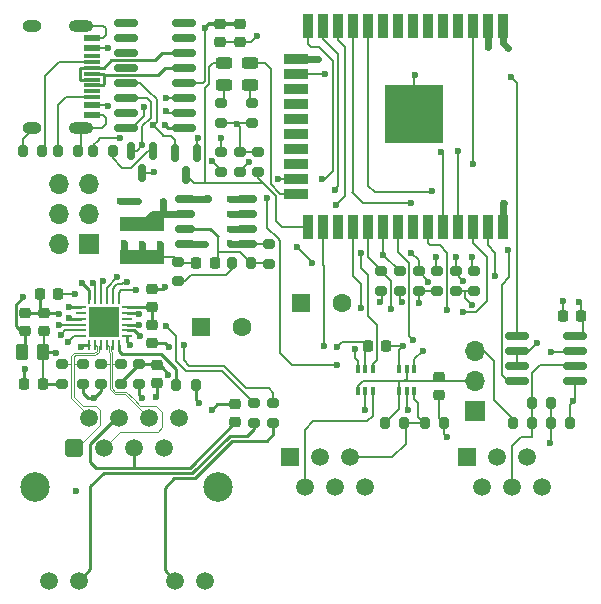
<source format=gtl>
G04 #@! TF.GenerationSoftware,KiCad,Pcbnew,6.0.6+dfsg-1~bpo11+1*
G04 #@! TF.CreationDate,2022-07-19T19:35:54+02:00*
G04 #@! TF.ProjectId,EnergyMeter,456e6572-6779-44d6-9574-65722e6b6963,rev?*
G04 #@! TF.SameCoordinates,Original*
G04 #@! TF.FileFunction,Copper,L1,Top*
G04 #@! TF.FilePolarity,Positive*
%FSLAX46Y46*%
G04 Gerber Fmt 4.6, Leading zero omitted, Abs format (unit mm)*
G04 Created by KiCad (PCBNEW 6.0.6+dfsg-1~bpo11+1) date 2022-07-19 19:35:54*
%MOMM*%
%LPD*%
G01*
G04 APERTURE LIST*
G04 Aperture macros list*
%AMRoundRect*
0 Rectangle with rounded corners*
0 $1 Rounding radius*
0 $2 $3 $4 $5 $6 $7 $8 $9 X,Y pos of 4 corners*
0 Add a 4 corners polygon primitive as box body*
4,1,4,$2,$3,$4,$5,$6,$7,$8,$9,$2,$3,0*
0 Add four circle primitives for the rounded corners*
1,1,$1+$1,$2,$3*
1,1,$1+$1,$4,$5*
1,1,$1+$1,$6,$7*
1,1,$1+$1,$8,$9*
0 Add four rect primitives between the rounded corners*
20,1,$1+$1,$2,$3,$4,$5,0*
20,1,$1+$1,$4,$5,$6,$7,0*
20,1,$1+$1,$6,$7,$8,$9,0*
20,1,$1+$1,$8,$9,$2,$3,0*%
G04 Aperture macros list end*
G04 #@! TA.AperFunction,SMDPad,CuDef*
%ADD10RoundRect,0.150000X-0.675000X-0.150000X0.675000X-0.150000X0.675000X0.150000X-0.675000X0.150000X0*%
G04 #@! TD*
G04 #@! TA.AperFunction,SMDPad,CuDef*
%ADD11RoundRect,0.225000X-0.250000X0.225000X-0.250000X-0.225000X0.250000X-0.225000X0.250000X0.225000X0*%
G04 #@! TD*
G04 #@! TA.AperFunction,SMDPad,CuDef*
%ADD12R,0.900000X2.000000*%
G04 #@! TD*
G04 #@! TA.AperFunction,SMDPad,CuDef*
%ADD13R,2.000000X0.900000*%
G04 #@! TD*
G04 #@! TA.AperFunction,SMDPad,CuDef*
%ADD14R,5.000000X5.000000*%
G04 #@! TD*
G04 #@! TA.AperFunction,SMDPad,CuDef*
%ADD15RoundRect,0.200000X0.200000X0.275000X-0.200000X0.275000X-0.200000X-0.275000X0.200000X-0.275000X0*%
G04 #@! TD*
G04 #@! TA.AperFunction,SMDPad,CuDef*
%ADD16RoundRect,0.200000X0.275000X-0.200000X0.275000X0.200000X-0.275000X0.200000X-0.275000X-0.200000X0*%
G04 #@! TD*
G04 #@! TA.AperFunction,SMDPad,CuDef*
%ADD17RoundRect,0.200000X-0.200000X-0.275000X0.200000X-0.275000X0.200000X0.275000X-0.200000X0.275000X0*%
G04 #@! TD*
G04 #@! TA.AperFunction,ComponentPad*
%ADD18R,1.600000X1.600000*%
G04 #@! TD*
G04 #@! TA.AperFunction,ComponentPad*
%ADD19C,1.600000*%
G04 #@! TD*
G04 #@! TA.AperFunction,SMDPad,CuDef*
%ADD20RoundRect,0.150000X-0.825000X-0.150000X0.825000X-0.150000X0.825000X0.150000X-0.825000X0.150000X0*%
G04 #@! TD*
G04 #@! TA.AperFunction,SMDPad,CuDef*
%ADD21RoundRect,0.225000X-0.225000X-0.250000X0.225000X-0.250000X0.225000X0.250000X-0.225000X0.250000X0*%
G04 #@! TD*
G04 #@! TA.AperFunction,ComponentPad*
%ADD22R,1.520000X1.520000*%
G04 #@! TD*
G04 #@! TA.AperFunction,ComponentPad*
%ADD23C,1.520000*%
G04 #@! TD*
G04 #@! TA.AperFunction,SMDPad,CuDef*
%ADD24R,3.700000X1.200000*%
G04 #@! TD*
G04 #@! TA.AperFunction,SMDPad,CuDef*
%ADD25RoundRect,0.225000X0.250000X-0.225000X0.250000X0.225000X-0.250000X0.225000X-0.250000X-0.225000X0*%
G04 #@! TD*
G04 #@! TA.AperFunction,SMDPad,CuDef*
%ADD26R,1.450000X0.600000*%
G04 #@! TD*
G04 #@! TA.AperFunction,SMDPad,CuDef*
%ADD27R,1.450000X0.300000*%
G04 #@! TD*
G04 #@! TA.AperFunction,ComponentPad*
%ADD28O,2.100000X1.000000*%
G04 #@! TD*
G04 #@! TA.AperFunction,ComponentPad*
%ADD29O,1.600000X1.000000*%
G04 #@! TD*
G04 #@! TA.AperFunction,SMDPad,CuDef*
%ADD30RoundRect,0.200000X-0.275000X0.200000X-0.275000X-0.200000X0.275000X-0.200000X0.275000X0.200000X0*%
G04 #@! TD*
G04 #@! TA.AperFunction,ComponentPad*
%ADD31RoundRect,0.250500X-0.499500X-0.499500X0.499500X-0.499500X0.499500X0.499500X-0.499500X0.499500X0*%
G04 #@! TD*
G04 #@! TA.AperFunction,ComponentPad*
%ADD32C,1.500000*%
G04 #@! TD*
G04 #@! TA.AperFunction,ComponentPad*
%ADD33C,2.500000*%
G04 #@! TD*
G04 #@! TA.AperFunction,SMDPad,CuDef*
%ADD34RoundRect,0.243750X-0.456250X0.243750X-0.456250X-0.243750X0.456250X-0.243750X0.456250X0.243750X0*%
G04 #@! TD*
G04 #@! TA.AperFunction,SMDPad,CuDef*
%ADD35RoundRect,0.250000X-0.262500X-0.450000X0.262500X-0.450000X0.262500X0.450000X-0.262500X0.450000X0*%
G04 #@! TD*
G04 #@! TA.AperFunction,SMDPad,CuDef*
%ADD36RoundRect,0.062500X0.350000X0.062500X-0.350000X0.062500X-0.350000X-0.062500X0.350000X-0.062500X0*%
G04 #@! TD*
G04 #@! TA.AperFunction,SMDPad,CuDef*
%ADD37RoundRect,0.062500X0.062500X0.350000X-0.062500X0.350000X-0.062500X-0.350000X0.062500X-0.350000X0*%
G04 #@! TD*
G04 #@! TA.AperFunction,SMDPad,CuDef*
%ADD38R,2.600000X2.600000*%
G04 #@! TD*
G04 #@! TA.AperFunction,SMDPad,CuDef*
%ADD39RoundRect,0.225000X0.225000X0.250000X-0.225000X0.250000X-0.225000X-0.250000X0.225000X-0.250000X0*%
G04 #@! TD*
G04 #@! TA.AperFunction,SMDPad,CuDef*
%ADD40RoundRect,0.150000X-0.150000X0.587500X-0.150000X-0.587500X0.150000X-0.587500X0.150000X0.587500X0*%
G04 #@! TD*
G04 #@! TA.AperFunction,ComponentPad*
%ADD41R,1.700000X1.700000*%
G04 #@! TD*
G04 #@! TA.AperFunction,ComponentPad*
%ADD42O,1.700000X1.700000*%
G04 #@! TD*
G04 #@! TA.AperFunction,SMDPad,CuDef*
%ADD43RoundRect,0.150000X0.825000X0.150000X-0.825000X0.150000X-0.825000X-0.150000X0.825000X-0.150000X0*%
G04 #@! TD*
G04 #@! TA.AperFunction,SMDPad,CuDef*
%ADD44R,0.600000X0.450000*%
G04 #@! TD*
G04 #@! TA.AperFunction,SMDPad,CuDef*
%ADD45R,0.400000X0.650000*%
G04 #@! TD*
G04 #@! TA.AperFunction,ViaPad*
%ADD46C,0.600000*%
G04 #@! TD*
G04 #@! TA.AperFunction,Conductor*
%ADD47C,0.200000*%
G04 #@! TD*
G04 #@! TA.AperFunction,Conductor*
%ADD48C,0.250000*%
G04 #@! TD*
G04 #@! TA.AperFunction,Conductor*
%ADD49C,0.600000*%
G04 #@! TD*
G04 #@! TA.AperFunction,Conductor*
%ADD50C,0.300000*%
G04 #@! TD*
G04 #@! TA.AperFunction,Conductor*
%ADD51C,0.090000*%
G04 #@! TD*
G04 APERTURE END LIST*
D10*
G04 #@! TO.P,U2,1,Pin_1*
G04 #@! TO.N,+5V*
X42925000Y-39345000D03*
G04 #@! TO.P,U2,2,Pin_2*
G04 #@! TO.N,Net-(D3-Pad1)*
X42925000Y-40615000D03*
G04 #@! TO.P,U2,3,Pin_3*
G04 #@! TO.N,Net-(C2-Pad2)*
X42925000Y-41885000D03*
G04 #@! TO.P,U2,4,Pin_4*
G04 #@! TO.N,GND*
X42925000Y-43155000D03*
G04 #@! TO.P,U2,5,Pin_5*
X48175000Y-43155000D03*
G04 #@! TO.P,U2,6,Pin_6*
X48175000Y-41885000D03*
G04 #@! TO.P,U2,7,Pin_7*
X48175000Y-40615000D03*
G04 #@! TO.P,U2,8,Pin_8*
X48175000Y-39345000D03*
G04 #@! TD*
D11*
G04 #@! TO.P,C11,1*
G04 #@! TO.N,GND*
X29400000Y-49025000D03*
G04 #@! TO.P,C11,2*
G04 #@! TO.N,+3V3*
X29400000Y-50575000D03*
G04 #@! TD*
D12*
G04 #@! TO.P,U1,1,GND*
G04 #@! TO.N,GND*
X69855000Y-24700000D03*
G04 #@! TO.P,U1,2,VDD*
G04 #@! TO.N,+3V3*
X68585000Y-24700000D03*
G04 #@! TO.P,U1,3,EN*
G04 #@! TO.N,/USB/EN*
X67315000Y-24700000D03*
G04 #@! TO.P,U1,4,SENSOR_VP*
G04 #@! TO.N,unconnected-(U1-Pad4)*
X66045000Y-24700000D03*
G04 #@! TO.P,U1,5,SENSOR_VN*
G04 #@! TO.N,unconnected-(U1-Pad5)*
X64775000Y-24700000D03*
G04 #@! TO.P,U1,6,IO34*
G04 #@! TO.N,unconnected-(U1-Pad6)*
X63505000Y-24700000D03*
G04 #@! TO.P,U1,7,IO35*
G04 #@! TO.N,unconnected-(U1-Pad7)*
X62235000Y-24700000D03*
G04 #@! TO.P,U1,8,IO32*
G04 #@! TO.N,unconnected-(U1-Pad8)*
X60965000Y-24700000D03*
G04 #@! TO.P,U1,9,IO33*
G04 #@! TO.N,unconnected-(U1-Pad9)*
X59695000Y-24700000D03*
G04 #@! TO.P,U1,10,IO25*
G04 #@! TO.N,/ethernet/RXD0*
X58425000Y-24700000D03*
G04 #@! TO.P,U1,11,IO26*
G04 #@! TO.N,/ethernet/RXD1*
X57155000Y-24700000D03*
G04 #@! TO.P,U1,12,IO27*
G04 #@! TO.N,/ethernet/CRS_DV*
X55885000Y-24700000D03*
G04 #@! TO.P,U1,13,IO14*
G04 #@! TO.N,/P1_UART/DATA_IN*
X54615000Y-24700000D03*
G04 #@! TO.P,U1,14,IO12*
G04 #@! TO.N,/RS485/DI*
X53345000Y-24700000D03*
D13*
G04 #@! TO.P,U1,15,GND*
G04 #@! TO.N,GND*
X52345000Y-27485000D03*
G04 #@! TO.P,U1,16,IO13*
G04 #@! TO.N,/RS485/DO*
X52345000Y-28755000D03*
G04 #@! TO.P,U1,17,SHD/SD2*
G04 #@! TO.N,unconnected-(U1-Pad17)*
X52345000Y-30025000D03*
G04 #@! TO.P,U1,18,SWP/SD3*
G04 #@! TO.N,unconnected-(U1-Pad18)*
X52345000Y-31295000D03*
G04 #@! TO.P,U1,19,SCS/CMD*
G04 #@! TO.N,unconnected-(U1-Pad19)*
X52345000Y-32565000D03*
G04 #@! TO.P,U1,20,SCK/CLK*
G04 #@! TO.N,unconnected-(U1-Pad20)*
X52345000Y-33835000D03*
G04 #@! TO.P,U1,21,SDO/SD0*
G04 #@! TO.N,unconnected-(U1-Pad21)*
X52345000Y-35105000D03*
G04 #@! TO.P,U1,22,SDI/SD1*
G04 #@! TO.N,unconnected-(U1-Pad22)*
X52345000Y-36375000D03*
G04 #@! TO.P,U1,23,IO15*
G04 #@! TO.N,/P1_UART/DATA_OUT*
X52345000Y-37645000D03*
G04 #@! TO.P,U1,24,IO2*
G04 #@! TO.N,Net-(D2-Pad1)*
X52345000Y-38915000D03*
D12*
G04 #@! TO.P,U1,25,IO0*
G04 #@! TO.N,/USB/GP0*
X53345000Y-41700000D03*
G04 #@! TO.P,U1,26,IO4*
G04 #@! TO.N,/RS485/TXEN*
X54615000Y-41700000D03*
G04 #@! TO.P,U1,27,IO16*
G04 #@! TO.N,unconnected-(U1-Pad27)*
X55885000Y-41700000D03*
G04 #@! TO.P,U1,28,IO17*
G04 #@! TO.N,/ethernet/REFCLK*
X57155000Y-41700000D03*
G04 #@! TO.P,U1,29,IO5*
G04 #@! TO.N,/ethernet/RST*
X58425000Y-41700000D03*
G04 #@! TO.P,U1,30,IO18*
G04 #@! TO.N,/ethernet/MDIO*
X59695000Y-41700000D03*
G04 #@! TO.P,U1,31,IO19*
G04 #@! TO.N,/ethernet/TXD0*
X60965000Y-41700000D03*
G04 #@! TO.P,U1,32,NC*
G04 #@! TO.N,unconnected-(U1-Pad32)*
X62235000Y-41700000D03*
G04 #@! TO.P,U1,33,IO21*
G04 #@! TO.N,/ethernet/TXEN*
X63505000Y-41700000D03*
G04 #@! TO.P,U1,34,RXD0/IO3*
G04 #@! TO.N,/USB/TX*
X64775000Y-41700000D03*
G04 #@! TO.P,U1,35,TXD0/IO1*
G04 #@! TO.N,/USB/RX*
X66045000Y-41700000D03*
G04 #@! TO.P,U1,36,IO22*
G04 #@! TO.N,/ethernet/TXD1*
X67315000Y-41700000D03*
G04 #@! TO.P,U1,37,IO23*
G04 #@! TO.N,/ethernet/MDC*
X68585000Y-41700000D03*
G04 #@! TO.P,U1,38,GND*
G04 #@! TO.N,GND*
X69855000Y-41700000D03*
D14*
G04 #@! TO.P,U1,39,GND*
X62355000Y-32200000D03*
G04 #@! TD*
D15*
G04 #@! TO.P,R3,1*
G04 #@! TO.N,Net-(C2-Pad2)*
X48525000Y-44775000D03*
G04 #@! TO.P,R3,2*
G04 #@! TO.N,Net-(R28-Pad1)*
X46875000Y-44775000D03*
G04 #@! TD*
D16*
G04 #@! TO.P,R18,1*
G04 #@! TO.N,Net-(J6-Pad11)*
X50400000Y-58325000D03*
G04 #@! TO.P,R18,2*
G04 #@! TO.N,Net-(R18-Pad2)*
X50400000Y-56675000D03*
G04 #@! TD*
D17*
G04 #@! TO.P,R9,1*
G04 #@! TO.N,Net-(Q2-Pad2)*
X35175000Y-35300000D03*
G04 #@! TO.P,R9,2*
G04 #@! TO.N,Net-(Q1-Pad1)*
X36825000Y-35300000D03*
G04 #@! TD*
D18*
G04 #@! TO.P,C1,1*
G04 #@! TO.N,+3V3*
X44272349Y-50225000D03*
D19*
G04 #@! TO.P,C1,2*
G04 #@! TO.N,GND*
X47772349Y-50225000D03*
G04 #@! TD*
D20*
G04 #@! TO.P,U5,1,RO*
G04 #@! TO.N,/RS485/DO*
X71025000Y-50995000D03*
G04 #@! TO.P,U5,2,~{RE}*
G04 #@! TO.N,/RS485/TXEN*
X71025000Y-52265000D03*
G04 #@! TO.P,U5,3,DE*
X71025000Y-53535000D03*
G04 #@! TO.P,U5,4,DI*
G04 #@! TO.N,/RS485/DI*
X71025000Y-54805000D03*
G04 #@! TO.P,U5,5,GND*
G04 #@! TO.N,GND*
X75975000Y-54805000D03*
G04 #@! TO.P,U5,6,A*
G04 #@! TO.N,Net-(J4-Pad4)*
X75975000Y-53535000D03*
G04 #@! TO.P,U5,7,B*
G04 #@! TO.N,Net-(J4-Pad3)*
X75975000Y-52265000D03*
G04 #@! TO.P,U5,8,VCC*
G04 #@! TO.N,+3V3*
X75975000Y-50995000D03*
G04 #@! TD*
D16*
G04 #@! TO.P,R28,1*
G04 #@! TO.N,Net-(R28-Pad1)*
X42350000Y-46325000D03*
G04 #@! TO.P,R28,2*
G04 #@! TO.N,+3V3*
X42350000Y-44675000D03*
G04 #@! TD*
D21*
G04 #@! TO.P,C12,1*
G04 #@! TO.N,GND*
X29325000Y-55000000D03*
G04 #@! TO.P,C12,2*
G04 #@! TO.N,VDDA*
X30875000Y-55000000D03*
G04 #@! TD*
D17*
G04 #@! TO.P,R7,1*
G04 #@! TO.N,GND*
X29175000Y-35300000D03*
G04 #@! TO.P,R7,2*
G04 #@! TO.N,Net-(J5-PadA5)*
X30825000Y-35300000D03*
G04 #@! TD*
D22*
G04 #@! TO.P,J4,1*
G04 #@! TO.N,unconnected-(J4-Pad1)*
X66830000Y-61230000D03*
D23*
G04 #@! TO.P,J4,2*
G04 #@! TO.N,5V_INVERTER*
X68100000Y-63770000D03*
G04 #@! TO.P,J4,3*
G04 #@! TO.N,Net-(J4-Pad3)*
X69370000Y-61230000D03*
G04 #@! TO.P,J4,4*
G04 #@! TO.N,Net-(J4-Pad4)*
X70640000Y-63770000D03*
G04 #@! TO.P,J4,5*
G04 #@! TO.N,GND*
X71910000Y-61230000D03*
G04 #@! TO.P,J4,6*
G04 #@! TO.N,unconnected-(J4-Pad6)*
X73180000Y-63770000D03*
G04 #@! TD*
D11*
G04 #@! TO.P,C14,1*
G04 #@! TO.N,GND*
X40100000Y-46950000D03*
G04 #@! TO.P,C14,2*
G04 #@! TO.N,Net-(C14-Pad2)*
X40100000Y-48500000D03*
G04 #@! TD*
D24*
G04 #@! TO.P,L1,1,1*
G04 #@! TO.N,+3V3*
X39300000Y-44300000D03*
G04 #@! TO.P,L1,2,2*
G04 #@! TO.N,Net-(D3-Pad1)*
X39300000Y-41500000D03*
G04 #@! TD*
D25*
G04 #@! TO.P,C18,1*
G04 #@! TO.N,Net-(C18-Pad1)*
X47200000Y-58275000D03*
G04 #@! TO.P,C18,2*
G04 #@! TO.N,GND*
X47200000Y-56725000D03*
G04 #@! TD*
D16*
G04 #@! TO.P,R13,1*
G04 #@! TO.N,+3V3*
X64300000Y-47125000D03*
G04 #@! TO.P,R13,2*
G04 #@! TO.N,/ethernet/CRS_DV*
X64300000Y-45475000D03*
G04 #@! TD*
G04 #@! TO.P,R24,1*
G04 #@! TO.N,Net-(C18-Pad1)*
X39000000Y-55025000D03*
G04 #@! TO.P,R24,2*
G04 #@! TO.N,VDDA*
X39000000Y-53375000D03*
G04 #@! TD*
D17*
G04 #@! TO.P,R19,1*
G04 #@! TO.N,Net-(R19-Pad1)*
X42175000Y-55100000D03*
G04 #@! TO.P,R19,2*
G04 #@! TO.N,GND*
X43825000Y-55100000D03*
G04 #@! TD*
D15*
G04 #@! TO.P,R25,1*
G04 #@! TO.N,Net-(J4-Pad4)*
X72325000Y-58300000D03*
G04 #@! TO.P,R25,2*
G04 #@! TO.N,+5V*
X70675000Y-58300000D03*
G04 #@! TD*
D26*
G04 #@! TO.P,J5,A1,GND*
G04 #@! TO.N,GND*
X35045000Y-25750000D03*
G04 #@! TO.P,J5,A4,VBUS*
G04 #@! TO.N,5V_USB*
X35045000Y-26550000D03*
D27*
G04 #@! TO.P,J5,A5,CC1*
G04 #@! TO.N,Net-(J5-PadA5)*
X35045000Y-27750000D03*
G04 #@! TO.P,J5,A6,D+*
G04 #@! TO.N,Net-(J5-PadA6)*
X35045000Y-28750000D03*
G04 #@! TO.P,J5,A7,D-*
G04 #@! TO.N,Net-(J5-PadA7)*
X35045000Y-29250000D03*
G04 #@! TO.P,J5,A8,SBU1*
G04 #@! TO.N,unconnected-(J5-PadA8)*
X35045000Y-30250000D03*
D26*
G04 #@! TO.P,J5,A9,VBUS*
G04 #@! TO.N,5V_USB*
X35045000Y-31450000D03*
G04 #@! TO.P,J5,A12,GND*
G04 #@! TO.N,GND*
X35045000Y-32250000D03*
G04 #@! TO.P,J5,B1,GND*
X35045000Y-32250000D03*
G04 #@! TO.P,J5,B4,VBUS*
G04 #@! TO.N,5V_USB*
X35045000Y-31450000D03*
D27*
G04 #@! TO.P,J5,B5,CC2*
G04 #@! TO.N,Net-(J5-PadB5)*
X35045000Y-30750000D03*
G04 #@! TO.P,J5,B6,D+*
G04 #@! TO.N,Net-(J5-PadA6)*
X35045000Y-29750000D03*
G04 #@! TO.P,J5,B7,D-*
G04 #@! TO.N,Net-(J5-PadA7)*
X35045000Y-28250000D03*
G04 #@! TO.P,J5,B8,SBU2*
G04 #@! TO.N,unconnected-(J5-PadB8)*
X35045000Y-27250000D03*
D26*
G04 #@! TO.P,J5,B9,VBUS*
G04 #@! TO.N,5V_USB*
X35045000Y-26550000D03*
G04 #@! TO.P,J5,B12,GND*
G04 #@! TO.N,GND*
X35045000Y-25750000D03*
D28*
G04 #@! TO.P,J5,S1,SHIELD*
X34130000Y-33320000D03*
D29*
X29950000Y-33320000D03*
D28*
X34130000Y-24680000D03*
D29*
X29950000Y-24680000D03*
G04 #@! TD*
D30*
G04 #@! TO.P,R30,1*
G04 #@! TO.N,+3V3*
X49100000Y-35400000D03*
G04 #@! TO.P,R30,2*
G04 #@! TO.N,/USB/GP0*
X49100000Y-37050000D03*
G04 #@! TD*
D16*
G04 #@! TO.P,R10,1*
G04 #@! TO.N,Net-(Q1-Pad2)*
X46000000Y-37050000D03*
G04 #@! TO.P,R10,2*
G04 #@! TO.N,Net-(Q2-Pad1)*
X46000000Y-35400000D03*
G04 #@! TD*
G04 #@! TO.P,R16,1*
G04 #@! TO.N,+3V3*
X65900000Y-47125000D03*
G04 #@! TO.P,R16,2*
G04 #@! TO.N,/ethernet/RXD0*
X65900000Y-45475000D03*
G04 #@! TD*
D31*
G04 #@! TO.P,J6,1,TD+*
G04 #@! TO.N,/ethernet/TX_P*
X33560000Y-60427500D03*
D32*
G04 #@! TO.P,J6,2,TD-*
G04 #@! TO.N,/ethernet/TX_N*
X34820000Y-57887500D03*
G04 #@! TO.P,J6,3,RD+*
G04 #@! TO.N,/ethernet/RX_P*
X36100000Y-60427500D03*
G04 #@! TO.P,J6,4,TCT*
G04 #@! TO.N,Net-(C18-Pad1)*
X37360000Y-57887500D03*
G04 #@! TO.P,J6,5,RCT*
X38640000Y-60427500D03*
G04 #@! TO.P,J6,6,RD-*
G04 #@! TO.N,/ethernet/RX_N*
X39900000Y-57887500D03*
G04 #@! TO.P,J6,7*
G04 #@! TO.N,N/C*
X41180000Y-60427500D03*
G04 #@! TO.P,J6,8,GND*
G04 #@! TO.N,GND*
X42440000Y-57887500D03*
G04 #@! TO.P,J6,9,LEDG_A*
X31375000Y-71687500D03*
G04 #@! TO.P,J6,10,LEDG_K*
G04 #@! TO.N,Net-(J6-Pad10)*
X33915000Y-71687500D03*
G04 #@! TO.P,J6,11,LEDY_K*
G04 #@! TO.N,Net-(J6-Pad11)*
X42085000Y-71687500D03*
G04 #@! TO.P,J6,12,LEDY_A*
G04 #@! TO.N,VDDA*
X44625000Y-71687500D03*
D33*
G04 #@! TO.P,J6,SH,SHIELD*
G04 #@! TO.N,GND*
X30255000Y-63737500D03*
X45745000Y-63737500D03*
G04 #@! TD*
D30*
G04 #@! TO.P,R21,1*
G04 #@! TO.N,/ethernet/RX_P*
X37500000Y-53375000D03*
G04 #@! TO.P,R21,2*
G04 #@! TO.N,VDDA*
X37500000Y-55025000D03*
G04 #@! TD*
D21*
G04 #@! TO.P,C2,1*
G04 #@! TO.N,+3V3*
X43875000Y-44750000D03*
G04 #@! TO.P,C2,2*
G04 #@! TO.N,Net-(C2-Pad2)*
X45425000Y-44750000D03*
G04 #@! TD*
D34*
G04 #@! TO.P,D1,1,K*
G04 #@! TO.N,/USB/GP0*
X46200000Y-27862500D03*
G04 #@! TO.P,D1,2,A*
G04 #@! TO.N,Net-(D1-Pad2)*
X46200000Y-29737500D03*
G04 #@! TD*
D16*
G04 #@! TO.P,R4,1*
G04 #@! TO.N,Net-(C2-Pad2)*
X50050000Y-44850000D03*
G04 #@! TO.P,R4,2*
G04 #@! TO.N,GND*
X50050000Y-43200000D03*
G04 #@! TD*
D11*
G04 #@! TO.P,C4,1*
G04 #@! TO.N,Net-(C4-Pad1)*
X64400000Y-54425000D03*
G04 #@! TO.P,C4,2*
G04 #@! TO.N,GND*
X64400000Y-55975000D03*
G04 #@! TD*
D35*
G04 #@! TO.P,FB1,1*
G04 #@! TO.N,+3V3*
X29087500Y-52300000D03*
G04 #@! TO.P,FB1,2*
G04 #@! TO.N,VDDA*
X30912500Y-52300000D03*
G04 #@! TD*
D34*
G04 #@! TO.P,D2,1,K*
G04 #@! TO.N,Net-(D2-Pad1)*
X48400000Y-27862500D03*
G04 #@! TO.P,D2,2,A*
G04 #@! TO.N,Net-(D2-Pad2)*
X48400000Y-29737500D03*
G04 #@! TD*
D16*
G04 #@! TO.P,R11,1*
G04 #@! TO.N,+3V3*
X67400000Y-47125000D03*
G04 #@! TO.P,R11,2*
G04 #@! TO.N,/ethernet/RXER*
X67400000Y-45475000D03*
G04 #@! TD*
D36*
G04 #@! TO.P,U7,1,VDD2A*
G04 #@! TO.N,VDDA*
X37987500Y-51000000D03*
G04 #@! TO.P,U7,2,LED2/nINTSEL*
G04 #@! TO.N,Net-(R18-Pad2)*
X37987500Y-50500000D03*
G04 #@! TO.P,U7,3,LED1/REGOFF*
G04 #@! TO.N,Net-(R17-Pad2)*
X37987500Y-50000000D03*
G04 #@! TO.P,U7,4,XTAL2*
G04 #@! TO.N,unconnected-(U7-Pad4)*
X37987500Y-49500000D03*
G04 #@! TO.P,U7,5,XTAL1/CLKIN*
G04 #@! TO.N,/ethernet/REFCLK*
X37987500Y-49000000D03*
G04 #@! TO.P,U7,6,VDDCR*
G04 #@! TO.N,Net-(C14-Pad2)*
X37987500Y-48500000D03*
D37*
G04 #@! TO.P,U7,7,RXD1/MODE1*
G04 #@! TO.N,/ethernet/RXD1*
X37300000Y-47812500D03*
G04 #@! TO.P,U7,8,RXD0/MODE0*
G04 #@! TO.N,/ethernet/RXD0*
X36800000Y-47812500D03*
G04 #@! TO.P,U7,9,VDDIO*
G04 #@! TO.N,+3V3*
X36300000Y-47812500D03*
G04 #@! TO.P,U7,10,RXER/PHYAD0*
G04 #@! TO.N,/ethernet/RXER*
X35800000Y-47812500D03*
G04 #@! TO.P,U7,11,CRS_DV/MODE2*
G04 #@! TO.N,/ethernet/CRS_DV*
X35300000Y-47812500D03*
G04 #@! TO.P,U7,12,MDIO*
G04 #@! TO.N,/ethernet/MDIO*
X34800000Y-47812500D03*
D36*
G04 #@! TO.P,U7,13,MDC*
G04 #@! TO.N,/ethernet/MDC*
X34112500Y-48500000D03*
G04 #@! TO.P,U7,14,INT/REFCLKO*
G04 #@! TO.N,unconnected-(U7-Pad14)*
X34112500Y-49000000D03*
G04 #@! TO.P,U7,15,RST*
G04 #@! TO.N,/ethernet/RST*
X34112500Y-49500000D03*
G04 #@! TO.P,U7,16,TXEN*
G04 #@! TO.N,/ethernet/TXEN*
X34112500Y-50000000D03*
G04 #@! TO.P,U7,17,TXD0*
G04 #@! TO.N,/ethernet/TXD0*
X34112500Y-50500000D03*
G04 #@! TO.P,U7,18,TXD1*
G04 #@! TO.N,/ethernet/TXD1*
X34112500Y-51000000D03*
D37*
G04 #@! TO.P,U7,19,VDD1A*
G04 #@! TO.N,VDDA*
X34800000Y-51687500D03*
G04 #@! TO.P,U7,20,TXN*
G04 #@! TO.N,/ethernet/TX_N*
X35300000Y-51687500D03*
G04 #@! TO.P,U7,21,TXP*
G04 #@! TO.N,/ethernet/TX_P*
X35800000Y-51687500D03*
G04 #@! TO.P,U7,22,RXN*
G04 #@! TO.N,/ethernet/RX_N*
X36300000Y-51687500D03*
G04 #@! TO.P,U7,23,RXP*
G04 #@! TO.N,/ethernet/RX_P*
X36800000Y-51687500D03*
G04 #@! TO.P,U7,24,RBIAS*
G04 #@! TO.N,Net-(R19-Pad1)*
X37300000Y-51687500D03*
D38*
G04 #@! TO.P,U7,25,VSS*
G04 #@! TO.N,GND*
X36050000Y-49750000D03*
G04 #@! TD*
D16*
G04 #@! TO.P,R12,1*
G04 #@! TO.N,+3V3*
X61100000Y-47125000D03*
G04 #@! TO.P,R12,2*
G04 #@! TO.N,/ethernet/MDIO*
X61100000Y-45475000D03*
G04 #@! TD*
D25*
G04 #@! TO.P,C15,1*
G04 #@! TO.N,GND*
X40550000Y-54975000D03*
G04 #@! TO.P,C15,2*
G04 #@! TO.N,VDDA*
X40550000Y-53425000D03*
G04 #@! TD*
G04 #@! TO.P,C16,1*
G04 #@! TO.N,GND*
X40100000Y-51575000D03*
G04 #@! TO.P,C16,2*
G04 #@! TO.N,Net-(C14-Pad2)*
X40100000Y-50025000D03*
G04 #@! TD*
D39*
G04 #@! TO.P,C5,1*
G04 #@! TO.N,+3V3*
X59975000Y-51800000D03*
G04 #@! TO.P,C5,2*
G04 #@! TO.N,GND*
X58425000Y-51800000D03*
G04 #@! TD*
D40*
G04 #@! TO.P,Q2,1,B*
G04 #@! TO.N,Net-(Q2-Pad1)*
X43950000Y-35462500D03*
G04 #@! TO.P,Q2,2,E*
G04 #@! TO.N,Net-(Q2-Pad2)*
X42050000Y-35462500D03*
G04 #@! TO.P,Q2,3,C*
G04 #@! TO.N,/USB/GP0*
X43000000Y-37337500D03*
G04 #@! TD*
D41*
G04 #@! TO.P,J1,1,Pin_1*
G04 #@! TO.N,+5V*
X34840000Y-43180000D03*
D42*
G04 #@! TO.P,J1,2,Pin_2*
G04 #@! TO.N,5V_DSM*
X32300000Y-43180000D03*
G04 #@! TO.P,J1,3,Pin_3*
G04 #@! TO.N,+5V*
X34840000Y-40640000D03*
G04 #@! TO.P,J1,4,Pin_4*
G04 #@! TO.N,5V_INVERTER*
X32300000Y-40640000D03*
G04 #@! TO.P,J1,5,Pin_5*
G04 #@! TO.N,+5V*
X34840000Y-38100000D03*
G04 #@! TO.P,J1,6,Pin_6*
G04 #@! TO.N,5V_USB*
X32300000Y-38100000D03*
G04 #@! TD*
D16*
G04 #@! TO.P,R2,1*
G04 #@! TO.N,+3V3*
X48600000Y-32925000D03*
G04 #@! TO.P,R2,2*
G04 #@! TO.N,Net-(D2-Pad2)*
X48600000Y-31275000D03*
G04 #@! TD*
D30*
G04 #@! TO.P,R14,1*
G04 #@! TO.N,/ethernet/RST*
X59500000Y-45475000D03*
G04 #@! TO.P,R14,2*
G04 #@! TO.N,GND*
X59500000Y-47125000D03*
G04 #@! TD*
D15*
G04 #@! TO.P,R27,1*
G04 #@! TO.N,GND*
X75525000Y-58300000D03*
G04 #@! TO.P,R27,2*
G04 #@! TO.N,Net-(J4-Pad3)*
X73875000Y-58300000D03*
G04 #@! TD*
D39*
G04 #@! TO.P,C6,1*
G04 #@! TO.N,+3V3*
X76475000Y-49300000D03*
G04 #@! TO.P,C6,2*
G04 #@! TO.N,GND*
X74925000Y-49300000D03*
G04 #@! TD*
D30*
G04 #@! TO.P,R20,1*
G04 #@! TO.N,/ethernet/RX_N*
X35800000Y-53375000D03*
G04 #@! TO.P,R20,2*
G04 #@! TO.N,VDDA*
X35800000Y-55025000D03*
G04 #@! TD*
D43*
G04 #@! TO.P,U6,1,GND*
G04 #@! TO.N,GND*
X42875000Y-33345000D03*
G04 #@! TO.P,U6,2,TXD*
G04 #@! TO.N,/USB/TX*
X42875000Y-32075000D03*
G04 #@! TO.P,U6,3,RXD*
G04 #@! TO.N,/USB/RX*
X42875000Y-30805000D03*
G04 #@! TO.P,U6,4,V3*
G04 #@! TO.N,+3V3*
X42875000Y-29535000D03*
G04 #@! TO.P,U6,5,UD+*
G04 #@! TO.N,Net-(J5-PadA6)*
X42875000Y-28265000D03*
G04 #@! TO.P,U6,6,UD-*
G04 #@! TO.N,Net-(J5-PadA7)*
X42875000Y-26995000D03*
G04 #@! TO.P,U6,7,NC*
G04 #@! TO.N,unconnected-(U6-Pad7)*
X42875000Y-25725000D03*
G04 #@! TO.P,U6,8,NC*
G04 #@! TO.N,unconnected-(U6-Pad8)*
X42875000Y-24455000D03*
G04 #@! TO.P,U6,9,~{CTS}*
G04 #@! TO.N,unconnected-(U6-Pad9)*
X37925000Y-24455000D03*
G04 #@! TO.P,U6,10,~{DSR}*
G04 #@! TO.N,unconnected-(U6-Pad10)*
X37925000Y-25725000D03*
G04 #@! TO.P,U6,11,~{RI}*
G04 #@! TO.N,unconnected-(U6-Pad11)*
X37925000Y-26995000D03*
G04 #@! TO.P,U6,12,~{DCD}*
G04 #@! TO.N,unconnected-(U6-Pad12)*
X37925000Y-28265000D03*
G04 #@! TO.P,U6,13,~{DTR}*
G04 #@! TO.N,Net-(Q2-Pad2)*
X37925000Y-29535000D03*
G04 #@! TO.P,U6,14,~{RTS}*
G04 #@! TO.N,Net-(Q1-Pad2)*
X37925000Y-30805000D03*
G04 #@! TO.P,U6,15,R232*
G04 #@! TO.N,unconnected-(U6-Pad15)*
X37925000Y-32075000D03*
G04 #@! TO.P,U6,16,VCC*
G04 #@! TO.N,+3V3*
X37925000Y-33345000D03*
G04 #@! TD*
D22*
G04 #@! TO.P,J2,1*
G04 #@! TO.N,5V_DSM*
X51830000Y-61230000D03*
D23*
G04 #@! TO.P,J2,2*
G04 #@! TO.N,Net-(J2-Pad2)*
X53100000Y-63770000D03*
G04 #@! TO.P,J2,3*
G04 #@! TO.N,GND*
X54370000Y-61230000D03*
G04 #@! TO.P,J2,4*
G04 #@! TO.N,unconnected-(J2-Pad4)*
X55640000Y-63770000D03*
G04 #@! TO.P,J2,5*
G04 #@! TO.N,Net-(J2-Pad5)*
X56910000Y-61230000D03*
G04 #@! TO.P,J2,6*
G04 #@! TO.N,GND*
X58180000Y-63770000D03*
G04 #@! TD*
D30*
G04 #@! TO.P,R23,1*
G04 #@! TO.N,/ethernet/TX_P*
X34300000Y-53375000D03*
G04 #@! TO.P,R23,2*
G04 #@! TO.N,VDDA*
X34300000Y-55025000D03*
G04 #@! TD*
D44*
G04 #@! TO.P,D3,1,K*
G04 #@! TO.N,Net-(D3-Pad1)*
X41050000Y-39500000D03*
G04 #@! TO.P,D3,2,A*
G04 #@! TO.N,GND*
X38950000Y-39500000D03*
G04 #@! TD*
D21*
G04 #@! TO.P,C13,1*
G04 #@! TO.N,GND*
X30625000Y-47450000D03*
G04 #@! TO.P,C13,2*
G04 #@! TO.N,+3V3*
X32175000Y-47450000D03*
G04 #@! TD*
D16*
G04 #@! TO.P,R1,1*
G04 #@! TO.N,+3V3*
X46000000Y-32925000D03*
G04 #@! TO.P,R1,2*
G04 #@! TO.N,Net-(D1-Pad2)*
X46000000Y-31275000D03*
G04 #@! TD*
D17*
G04 #@! TO.P,R5,1*
G04 #@! TO.N,Net-(C4-Pad1)*
X59825000Y-58370000D03*
G04 #@! TO.P,R5,2*
G04 #@! TO.N,Net-(J2-Pad5)*
X61475000Y-58370000D03*
G04 #@! TD*
D40*
G04 #@! TO.P,Q1,1,B*
G04 #@! TO.N,Net-(Q1-Pad1)*
X40250000Y-35262500D03*
G04 #@! TO.P,Q1,2,E*
G04 #@! TO.N,Net-(Q1-Pad2)*
X38350000Y-35262500D03*
G04 #@! TO.P,Q1,3,C*
G04 #@! TO.N,/USB/EN*
X39300000Y-37137500D03*
G04 #@! TD*
D11*
G04 #@! TO.P,C17,1*
G04 #@! TO.N,GND*
X31000000Y-49025000D03*
G04 #@! TO.P,C17,2*
G04 #@! TO.N,VDDA*
X31000000Y-50575000D03*
G04 #@! TD*
D15*
G04 #@! TO.P,R26,1*
G04 #@! TO.N,Net-(J4-Pad3)*
X73925000Y-56600000D03*
G04 #@! TO.P,R26,2*
G04 #@! TO.N,Net-(J4-Pad4)*
X72275000Y-56600000D03*
G04 #@! TD*
D11*
G04 #@! TO.P,C9,1*
G04 #@! TO.N,+3V3*
X47600000Y-24525000D03*
G04 #@! TO.P,C9,2*
G04 #@! TO.N,GND*
X47600000Y-26075000D03*
G04 #@! TD*
D41*
G04 #@! TO.P,J3,1,Pin_1*
G04 #@! TO.N,+3V3*
X67500000Y-57350000D03*
D42*
G04 #@! TO.P,J3,2,Pin_2*
G04 #@! TO.N,Net-(C4-Pad1)*
X67500000Y-54810000D03*
G04 #@! TO.P,J3,3,Pin_3*
G04 #@! TO.N,+5V*
X67500000Y-52270000D03*
G04 #@! TD*
D45*
G04 #@! TO.P,U4,1,VCCA*
G04 #@! TO.N,Net-(C4-Pad1)*
X57550000Y-55650000D03*
G04 #@! TO.P,U4,2,GND*
G04 #@! TO.N,GND*
X58200000Y-55650000D03*
G04 #@! TO.P,U4,3,A*
G04 #@! TO.N,Net-(J2-Pad2)*
X58850000Y-55650000D03*
G04 #@! TO.P,U4,4,B*
G04 #@! TO.N,/P1_UART/DATA_IN*
X58850000Y-53750000D03*
G04 #@! TO.P,U4,5,DIR*
G04 #@! TO.N,GND*
X58200000Y-53750000D03*
G04 #@! TO.P,U4,6,VCCB*
G04 #@! TO.N,+3V3*
X57550000Y-53750000D03*
G04 #@! TD*
D30*
G04 #@! TO.P,R29,1*
G04 #@! TO.N,+3V3*
X47550000Y-35400000D03*
G04 #@! TO.P,R29,2*
G04 #@! TO.N,/USB/EN*
X47550000Y-37050000D03*
G04 #@! TD*
D16*
G04 #@! TO.P,R17,1*
G04 #@! TO.N,Net-(J6-Pad10)*
X48800000Y-58325000D03*
G04 #@! TO.P,R17,2*
G04 #@! TO.N,Net-(R17-Pad2)*
X48800000Y-56675000D03*
G04 #@! TD*
D15*
G04 #@! TO.P,R8,1*
G04 #@! TO.N,GND*
X33825000Y-35300000D03*
G04 #@! TO.P,R8,2*
G04 #@! TO.N,Net-(J5-PadB5)*
X32175000Y-35300000D03*
G04 #@! TD*
D18*
G04 #@! TO.P,C3,1*
G04 #@! TO.N,+5V*
X52747349Y-48150000D03*
D19*
G04 #@! TO.P,C3,2*
G04 #@! TO.N,GND*
X56247349Y-48150000D03*
G04 #@! TD*
D45*
G04 #@! TO.P,U3,1,VCCA*
G04 #@! TO.N,Net-(C4-Pad1)*
X61050000Y-55657500D03*
G04 #@! TO.P,U3,2,GND*
G04 #@! TO.N,GND*
X61700000Y-55657500D03*
G04 #@! TO.P,U3,3,A*
G04 #@! TO.N,Net-(J2-Pad5)*
X62350000Y-55657500D03*
G04 #@! TO.P,U3,4,B*
G04 #@! TO.N,/P1_UART/DATA_OUT*
X62350000Y-53757500D03*
G04 #@! TO.P,U3,5,DIR*
G04 #@! TO.N,Net-(C4-Pad1)*
X61700000Y-53757500D03*
G04 #@! TO.P,U3,6,VCCB*
G04 #@! TO.N,+3V3*
X61050000Y-53757500D03*
G04 #@! TD*
D25*
G04 #@! TO.P,C10,1*
G04 #@! TO.N,GND*
X45900000Y-26075000D03*
G04 #@! TO.P,C10,2*
G04 #@! TO.N,+3V3*
X45900000Y-24525000D03*
G04 #@! TD*
D30*
G04 #@! TO.P,R22,1*
G04 #@! TO.N,/ethernet/TX_N*
X32500000Y-53375000D03*
G04 #@! TO.P,R22,2*
G04 #@! TO.N,VDDA*
X32500000Y-55025000D03*
G04 #@! TD*
D16*
G04 #@! TO.P,R15,1*
G04 #@! TO.N,+3V3*
X62700000Y-47125000D03*
G04 #@! TO.P,R15,2*
G04 #@! TO.N,/ethernet/RXD1*
X62700000Y-45475000D03*
G04 #@! TD*
D17*
G04 #@! TO.P,R6,1*
G04 #@! TO.N,Net-(J2-Pad5)*
X63225000Y-58370000D03*
G04 #@! TO.P,R6,2*
G04 #@! TO.N,GND*
X64875000Y-58370000D03*
G04 #@! TD*
D46*
G04 #@! TO.N,GND*
X46700000Y-41900000D03*
X44600000Y-43200000D03*
X45200000Y-57200000D03*
X58200000Y-57200000D03*
X49000000Y-25600000D03*
X62400000Y-28900000D03*
X70300000Y-26600000D03*
X32300000Y-49100000D03*
X41225000Y-46800500D03*
X74900000Y-48000000D03*
X55800000Y-51900000D03*
X75800000Y-56500000D03*
X44100000Y-56600000D03*
X41600000Y-51900000D03*
X46700000Y-40600000D03*
X40500000Y-56100000D03*
X61800000Y-57200000D03*
X36100000Y-49800000D03*
X37400000Y-39500000D03*
X59400000Y-48100000D03*
X29400000Y-53800000D03*
X46700000Y-39400000D03*
X54200000Y-27500000D03*
X46700000Y-43100000D03*
X41200000Y-33100000D03*
X69900000Y-39700000D03*
X65100000Y-59500000D03*
G04 #@! TO.N,+3V3*
X67200000Y-48300000D03*
X68600000Y-26500000D03*
X33600000Y-47400000D03*
X76300000Y-48100000D03*
X39300000Y-43200000D03*
X61275020Y-48100000D03*
X47300000Y-33000000D03*
X61400000Y-51800000D03*
X29200000Y-47700000D03*
X40800000Y-43200000D03*
X44600000Y-24900000D03*
X57300000Y-52100000D03*
X39425000Y-31600000D03*
X37200000Y-46000000D03*
X37800000Y-43100000D03*
X62700000Y-48200000D03*
G04 #@! TO.N,5V_USB*
X36400000Y-31500000D03*
X36400000Y-26600000D03*
G04 #@! TO.N,VDDA*
X38300000Y-51700000D03*
X32000000Y-52400000D03*
X41500000Y-54300000D03*
X34100000Y-51859700D03*
X35200000Y-56200000D03*
G04 #@! TO.N,Net-(C18-Pad1)*
X39300000Y-56200000D03*
G04 #@! TO.N,5V_INVERTER*
X33700000Y-64100000D03*
G04 #@! TO.N,+5V*
X44900000Y-39300000D03*
G04 #@! TO.N,Net-(J4-Pad3)*
X73800000Y-60000000D03*
X73900000Y-52300000D03*
G04 #@! TO.N,/USB/EN*
X48325000Y-36250000D03*
X40300000Y-37100000D03*
X67300000Y-36400000D03*
G04 #@! TO.N,Net-(Q1-Pad2)*
X45225000Y-36150000D03*
X39325000Y-34800000D03*
G04 #@! TO.N,Net-(Q2-Pad1)*
X45975000Y-34225000D03*
X44000500Y-34225000D03*
G04 #@! TO.N,Net-(Q2-Pad2)*
X37399500Y-34225000D03*
X40250000Y-33125000D03*
G04 #@! TO.N,/ethernet/RXER*
X36000000Y-46300000D03*
X67200000Y-44300000D03*
G04 #@! TO.N,/ethernet/MDIO*
X59695000Y-44070000D03*
X34200000Y-46500000D03*
G04 #@! TO.N,/ethernet/CRS_DV*
X55700000Y-39900000D03*
X53700000Y-44800000D03*
X64200000Y-44300000D03*
X35100000Y-46500000D03*
X52400000Y-43400000D03*
G04 #@! TO.N,/ethernet/RST*
X33100000Y-49400000D03*
X60400000Y-48700000D03*
G04 #@! TO.N,/ethernet/RXD1*
X62100000Y-43900000D03*
X63499905Y-46399500D03*
X62100000Y-39700000D03*
X38741398Y-47031774D03*
G04 #@! TO.N,/ethernet/RXD0*
X63800000Y-38700000D03*
X66500000Y-46300000D03*
X38000000Y-46399509D03*
X65900000Y-44300000D03*
G04 #@! TO.N,Net-(R17-Pad2)*
X39000000Y-50000000D03*
X41300000Y-50100000D03*
G04 #@! TO.N,Net-(R18-Pad2)*
X42800000Y-51700000D03*
X39100000Y-51000000D03*
G04 #@! TO.N,/P1_UART/DATA_IN*
X55600000Y-38600000D03*
X57800000Y-43900000D03*
G04 #@! TO.N,/RS485/DI*
X70300000Y-43700000D03*
X54500000Y-37699500D03*
G04 #@! TO.N,/RS485/DO*
X54800000Y-28800000D03*
X70500000Y-29000000D03*
G04 #@! TO.N,/P1_UART/DATA_OUT*
X49900000Y-39300000D03*
X55800000Y-53400000D03*
X63100000Y-52200000D03*
X50799500Y-37699500D03*
G04 #@! TO.N,/RS485/TXEN*
X72700000Y-51600000D03*
X54700000Y-51800000D03*
G04 #@! TO.N,/ethernet/REFCLK*
X39000000Y-49124500D03*
X57800000Y-48600000D03*
G04 #@! TO.N,/ethernet/TXD0*
X62200000Y-51300000D03*
X32400000Y-50900000D03*
G04 #@! TO.N,/ethernet/TXEN*
X32300000Y-50000000D03*
X65100000Y-48800000D03*
G04 #@! TO.N,/USB/TX*
X64600000Y-35400000D03*
X41300000Y-31900000D03*
G04 #@! TO.N,/USB/RX*
X66000000Y-35300000D03*
X41300000Y-30800000D03*
G04 #@! TO.N,/ethernet/TXD1*
X33000000Y-51500000D03*
X66500000Y-48900000D03*
G04 #@! TO.N,/ethernet/MDC*
X33100000Y-48500000D03*
X69200000Y-45900000D03*
G04 #@! TD*
D47*
G04 #@! TO.N,Net-(C2-Pad2)*
X45425000Y-44750000D02*
X45700000Y-44475000D01*
X45700000Y-44475000D02*
X45700000Y-43825000D01*
X45700000Y-43825000D02*
X47575000Y-43825000D01*
X49975000Y-44775000D02*
X50050000Y-44850000D01*
X47575000Y-43825000D02*
X48525000Y-44775000D01*
X45700000Y-43825000D02*
X45700000Y-42500000D01*
X48525000Y-44775000D02*
X49975000Y-44775000D01*
D48*
X42925000Y-41885000D02*
X45085000Y-41885000D01*
X45085000Y-41885000D02*
X45700000Y-42500000D01*
D47*
G04 #@! TO.N,Net-(C4-Pad1)*
X61700000Y-54600000D02*
X61500000Y-54800000D01*
X61500000Y-54800000D02*
X64025000Y-54800000D01*
X64785000Y-54810000D02*
X67500000Y-54810000D01*
X61050000Y-55657500D02*
X61050000Y-57145000D01*
X61050000Y-57145000D02*
X59825000Y-58370000D01*
X64400000Y-54425000D02*
X64785000Y-54810000D01*
X57550000Y-55650000D02*
X57550000Y-55225000D01*
X61050000Y-54825000D02*
X61025000Y-54800000D01*
X61700000Y-53570000D02*
X61700000Y-54600000D01*
X64025000Y-54800000D02*
X64400000Y-54425000D01*
X61500000Y-54800000D02*
X61025000Y-54800000D01*
X61025000Y-54800000D02*
X57975000Y-54800000D01*
X61050000Y-55657500D02*
X61050000Y-54825000D01*
X57550000Y-55225000D02*
X57975000Y-54800000D01*
G04 #@! TO.N,GND*
X62355000Y-28945000D02*
X62400000Y-28900000D01*
X58200000Y-55837500D02*
X58200000Y-57200000D01*
X45900000Y-26075000D02*
X47600000Y-26075000D01*
X74925000Y-49300000D02*
X74925000Y-48025000D01*
D48*
X43825000Y-56325000D02*
X44100000Y-56600000D01*
X45675000Y-56725000D02*
X45200000Y-57200000D01*
D49*
X69855000Y-39745000D02*
X69900000Y-39700000D01*
D47*
X36200000Y-24900000D02*
X36200000Y-25500000D01*
X35880000Y-33320000D02*
X36200000Y-33000000D01*
X58200000Y-53562500D02*
X58200000Y-52025000D01*
D49*
X69855000Y-24700000D02*
X69855000Y-26155000D01*
D47*
X29175000Y-35300000D02*
X29175000Y-34325000D01*
D48*
X42875000Y-33345000D02*
X41445000Y-33345000D01*
X30625000Y-47450000D02*
X30625000Y-48650000D01*
D47*
X64400000Y-55975000D02*
X64400000Y-57895000D01*
X36200000Y-33000000D02*
X36200000Y-32500000D01*
X75975000Y-56325000D02*
X75800000Y-56500000D01*
D48*
X30625000Y-48650000D02*
X31000000Y-49025000D01*
X41445000Y-33345000D02*
X41200000Y-33100000D01*
D47*
X61700000Y-55845000D02*
X61700000Y-57100000D01*
X35950000Y-25750000D02*
X35045000Y-25750000D01*
D48*
X29325000Y-55000000D02*
X29325000Y-53875000D01*
X41275000Y-51575000D02*
X41600000Y-51900000D01*
X40550000Y-56050000D02*
X40500000Y-56100000D01*
D47*
X35950000Y-32250000D02*
X35045000Y-32250000D01*
X36200000Y-25500000D02*
X35950000Y-25750000D01*
X33825000Y-35300000D02*
X34130000Y-34995000D01*
X56199511Y-51500489D02*
X55800000Y-51900000D01*
X34130000Y-24680000D02*
X35980000Y-24680000D01*
D49*
X46715000Y-41885000D02*
X46700000Y-41900000D01*
D48*
X47200000Y-56725000D02*
X45675000Y-56725000D01*
D47*
X29950000Y-33550000D02*
X29950000Y-33320000D01*
X59600000Y-47900000D02*
X59400000Y-48100000D01*
D48*
X43825000Y-55100000D02*
X43825000Y-56325000D01*
D47*
X34130000Y-33320000D02*
X35880000Y-33320000D01*
D49*
X48175000Y-40615000D02*
X46715000Y-40615000D01*
D47*
X75525000Y-58300000D02*
X75525000Y-56775000D01*
D49*
X54185000Y-27485000D02*
X54200000Y-27500000D01*
D47*
X75975000Y-54805000D02*
X75975000Y-56325000D01*
X50005000Y-43155000D02*
X50050000Y-43200000D01*
D49*
X48175000Y-41885000D02*
X46715000Y-41885000D01*
D48*
X32225000Y-49025000D02*
X32300000Y-49100000D01*
X41075500Y-46950000D02*
X40100000Y-46950000D01*
D49*
X44555000Y-43155000D02*
X44600000Y-43200000D01*
X52345000Y-27485000D02*
X54185000Y-27485000D01*
D47*
X74925000Y-48025000D02*
X74900000Y-48000000D01*
D49*
X42925000Y-43155000D02*
X44555000Y-43155000D01*
X69855000Y-41700000D02*
X69855000Y-39745000D01*
D47*
X64875000Y-58370000D02*
X64875000Y-59275000D01*
X58200000Y-52025000D02*
X58425000Y-51800000D01*
X36200000Y-32500000D02*
X35950000Y-32250000D01*
X61700000Y-57100000D02*
X61800000Y-57200000D01*
D49*
X69855000Y-26155000D02*
X70300000Y-26600000D01*
D47*
X64875000Y-59275000D02*
X65100000Y-59500000D01*
D49*
X46715000Y-40615000D02*
X46700000Y-40600000D01*
D47*
X64400000Y-57895000D02*
X64875000Y-58370000D01*
X75525000Y-56775000D02*
X75800000Y-56500000D01*
X48175000Y-43155000D02*
X50005000Y-43155000D01*
X58125489Y-51500489D02*
X56199511Y-51500489D01*
X35980000Y-24680000D02*
X36200000Y-24900000D01*
X58425000Y-51800000D02*
X58125489Y-51500489D01*
D48*
X40100000Y-51575000D02*
X41275000Y-51575000D01*
X41225000Y-46800500D02*
X41075500Y-46950000D01*
D49*
X46755000Y-39345000D02*
X46700000Y-39400000D01*
D47*
X29175000Y-34325000D02*
X29950000Y-33550000D01*
D49*
X48175000Y-39345000D02*
X46755000Y-39345000D01*
D48*
X31000000Y-49025000D02*
X32225000Y-49025000D01*
X29325000Y-53875000D02*
X29400000Y-53800000D01*
X40550000Y-54975000D02*
X40550000Y-56050000D01*
X29400000Y-49025000D02*
X31000000Y-49025000D01*
D47*
X48525000Y-26075000D02*
X49000000Y-25600000D01*
X47600000Y-26075000D02*
X48525000Y-26075000D01*
X62355000Y-32200000D02*
X62355000Y-28945000D01*
D49*
X46755000Y-43155000D02*
X46700000Y-43100000D01*
X38950000Y-39500000D02*
X37400000Y-39500000D01*
D47*
X34130000Y-34995000D02*
X34130000Y-33320000D01*
X59600000Y-47125000D02*
X59600000Y-47900000D01*
D49*
X48175000Y-43155000D02*
X46755000Y-43155000D01*
D47*
G04 #@! TO.N,+3V3*
X62700000Y-47125000D02*
X62700000Y-48200000D01*
D48*
X28600480Y-50100480D02*
X28600480Y-48299520D01*
D47*
X32175000Y-47450000D02*
X33550000Y-47450000D01*
D49*
X68585000Y-24700000D02*
X68585000Y-26485000D01*
D47*
X47550000Y-35400000D02*
X49100000Y-35400000D01*
X65900000Y-47125000D02*
X66625000Y-47125000D01*
D48*
X29400000Y-50575000D02*
X29400000Y-51987500D01*
D49*
X40700000Y-44000000D02*
X40800000Y-43900000D01*
D47*
X76600000Y-49425000D02*
X76475000Y-49300000D01*
D49*
X40400000Y-44300000D02*
X40700000Y-44000000D01*
D50*
X47600000Y-24525000D02*
X45900000Y-24525000D01*
D47*
X76475000Y-49300000D02*
X76475000Y-48275000D01*
X47300000Y-33000000D02*
X47550000Y-33250000D01*
X46000000Y-32925000D02*
X47225000Y-32925000D01*
D50*
X45900000Y-24525000D02*
X44975000Y-24525000D01*
D47*
X66625000Y-47725000D02*
X67200000Y-48300000D01*
X57300000Y-52850000D02*
X57550000Y-53100000D01*
D49*
X40800000Y-43900000D02*
X40800000Y-43200000D01*
D47*
X44465000Y-29535000D02*
X42875000Y-29535000D01*
X76600000Y-50900000D02*
X76600000Y-49425000D01*
D49*
X39300000Y-44300000D02*
X40400000Y-44300000D01*
D47*
X39425000Y-32350000D02*
X39425000Y-31600000D01*
X43875000Y-44750000D02*
X42425000Y-44750000D01*
X76505000Y-50995000D02*
X76600000Y-50900000D01*
X37925000Y-33345000D02*
X38430000Y-33345000D01*
X47225000Y-32925000D02*
X47300000Y-33000000D01*
X61100000Y-47125000D02*
X61100000Y-47924980D01*
X59975000Y-51800000D02*
X61400000Y-51800000D01*
D49*
X39300000Y-44300000D02*
X39300000Y-43200000D01*
D50*
X44975000Y-24525000D02*
X44600000Y-24900000D01*
D49*
X39300000Y-44300000D02*
X40700000Y-44300000D01*
D47*
X36300000Y-46900000D02*
X37200000Y-46000000D01*
X66625000Y-47125000D02*
X67400000Y-47125000D01*
X61050000Y-53757500D02*
X61050000Y-52150000D01*
X42425000Y-44750000D02*
X42350000Y-44675000D01*
D48*
X29075000Y-50575000D02*
X28600480Y-50100480D01*
D47*
X44600000Y-24900000D02*
X44600000Y-29400000D01*
D49*
X68585000Y-26485000D02*
X68600000Y-26500000D01*
D47*
X33550000Y-47450000D02*
X33600000Y-47400000D01*
X38430000Y-33345000D02*
X39350000Y-32425000D01*
D48*
X29400000Y-51987500D02*
X29087500Y-52300000D01*
D47*
X76475000Y-48275000D02*
X76300000Y-48100000D01*
D49*
X39300000Y-44300000D02*
X38100000Y-44300000D01*
D47*
X75975000Y-50995000D02*
X76505000Y-50995000D01*
X57300000Y-52100000D02*
X57300000Y-52850000D01*
X39350000Y-32425000D02*
X39425000Y-32350000D01*
X66625000Y-47125000D02*
X66625000Y-47725000D01*
X41975000Y-44300000D02*
X39300000Y-44300000D01*
X47375000Y-32925000D02*
X47300000Y-33000000D01*
X61100000Y-47924980D02*
X61275020Y-48100000D01*
X42350000Y-44675000D02*
X41975000Y-44300000D01*
X57550000Y-53100000D02*
X57550000Y-53750000D01*
X62700000Y-47125000D02*
X64300000Y-47125000D01*
D48*
X28600480Y-48299520D02*
X29200000Y-47700000D01*
D47*
X44600000Y-29400000D02*
X44465000Y-29535000D01*
D49*
X37800000Y-44000000D02*
X37800000Y-43100000D01*
D47*
X47550000Y-33250000D02*
X47550000Y-35400000D01*
D48*
X29400000Y-50575000D02*
X29075000Y-50575000D01*
D49*
X38100000Y-44300000D02*
X37800000Y-44000000D01*
D47*
X61050000Y-52150000D02*
X61400000Y-51800000D01*
X48600000Y-32925000D02*
X47375000Y-32925000D01*
X36300000Y-47812500D02*
X36300000Y-46900000D01*
G04 #@! TO.N,5V_USB*
X35045000Y-26550000D02*
X36350000Y-26550000D01*
X35045000Y-31450000D02*
X36350000Y-31450000D01*
X36350000Y-26550000D02*
X36400000Y-26600000D01*
X36350000Y-31450000D02*
X36400000Y-31500000D01*
G04 #@! TO.N,VDDA*
X30912500Y-54962500D02*
X30875000Y-55000000D01*
D48*
X32000000Y-52300000D02*
X30912500Y-52300000D01*
X37500000Y-54875000D02*
X39000000Y-53375000D01*
X34300000Y-55800000D02*
X34700000Y-56200000D01*
X32500000Y-55025000D02*
X30900000Y-55025000D01*
X34800000Y-51687500D02*
X34272200Y-51687500D01*
X37500000Y-55025000D02*
X37500000Y-54875000D01*
X41500000Y-54300000D02*
X40925000Y-53425000D01*
X40500000Y-53375000D02*
X40550000Y-53425000D01*
X34300000Y-55025000D02*
X34300000Y-55800000D01*
X40925000Y-53425000D02*
X40550000Y-53425000D01*
X37987500Y-51000000D02*
X37987500Y-51387500D01*
D47*
X30912500Y-52300000D02*
X30912500Y-54962500D01*
D48*
X32000000Y-52400000D02*
X32000000Y-52300000D01*
X35800000Y-55600000D02*
X35200000Y-56200000D01*
X35800000Y-55025000D02*
X35800000Y-55600000D01*
X34700000Y-56200000D02*
X35200000Y-56200000D01*
D47*
X31000000Y-52212500D02*
X30912500Y-52300000D01*
D48*
X34272200Y-51687500D02*
X34100000Y-51859700D01*
X30900000Y-55025000D02*
X30875000Y-55000000D01*
X37987500Y-51387500D02*
X38300000Y-51700000D01*
X39000000Y-53375000D02*
X40500000Y-53375000D01*
D47*
X31000000Y-50575000D02*
X31000000Y-52212500D01*
D48*
G04 #@! TO.N,Net-(C14-Pad2)*
X40100000Y-48500000D02*
X40100000Y-50025000D01*
X37987500Y-48500000D02*
X40100000Y-48500000D01*
G04 #@! TO.N,Net-(C18-Pad1)*
X37120411Y-57887500D02*
X37360000Y-57887500D01*
X38600000Y-62100000D02*
X35400000Y-62100000D01*
X39000000Y-55900000D02*
X39300000Y-56200000D01*
X39000000Y-55025000D02*
X39000000Y-55900000D01*
X38640000Y-60427500D02*
X38640000Y-62060000D01*
X34900000Y-61600000D02*
X34900000Y-60107911D01*
X38640000Y-62060000D02*
X38600000Y-62100000D01*
X35400000Y-62100000D02*
X34900000Y-61600000D01*
X47200000Y-58275000D02*
X43375000Y-62100000D01*
X34900000Y-60107911D02*
X37120411Y-57887500D01*
X43375000Y-62100000D02*
X38600000Y-62100000D01*
D47*
G04 #@! TO.N,/USB/GP0*
X49600000Y-38100000D02*
X50600000Y-39100000D01*
X43662500Y-38000000D02*
X44700000Y-38000000D01*
X43000000Y-37337500D02*
X43662500Y-38000000D01*
X46200000Y-27862500D02*
X45337500Y-27862500D01*
X44600000Y-37900000D02*
X44700000Y-38000000D01*
X50600000Y-41200000D02*
X51100000Y-41700000D01*
X44600000Y-30000000D02*
X44600000Y-37900000D01*
X44999520Y-28200480D02*
X44999520Y-29600480D01*
X49100000Y-37600000D02*
X49600000Y-38100000D01*
X44999520Y-29600480D02*
X44600000Y-30000000D01*
X49100000Y-37050000D02*
X49100000Y-37600000D01*
X45337500Y-27862500D02*
X44999520Y-28200480D01*
X49500000Y-38000000D02*
X49600000Y-38100000D01*
X50600000Y-39100000D02*
X50600000Y-41200000D01*
X44700000Y-38000000D02*
X49500000Y-38000000D01*
X51100000Y-41700000D02*
X53345000Y-41700000D01*
G04 #@! TO.N,Net-(D1-Pad2)*
X46200000Y-31075000D02*
X46000000Y-31275000D01*
X46200000Y-29737500D02*
X46200000Y-31075000D01*
G04 #@! TO.N,Net-(D2-Pad1)*
X50200000Y-38134994D02*
X50980006Y-38915000D01*
X48400000Y-27862500D02*
X49662500Y-27862500D01*
X49662500Y-27862500D02*
X50200000Y-28400000D01*
X50980006Y-38915000D02*
X52345000Y-38915000D01*
X50200000Y-28400000D02*
X50200000Y-38134994D01*
G04 #@! TO.N,Net-(D2-Pad2)*
X48400000Y-31075000D02*
X48600000Y-31275000D01*
X48400000Y-29737500D02*
X48400000Y-31075000D01*
D49*
G04 #@! TO.N,Net-(D3-Pad1)*
X41115000Y-40615000D02*
X40185000Y-40615000D01*
X42925000Y-40615000D02*
X41115000Y-40615000D01*
X41050000Y-40550000D02*
X41115000Y-40615000D01*
X40185000Y-40615000D02*
X39300000Y-41500000D01*
X41050000Y-39500000D02*
X41050000Y-40550000D01*
D47*
G04 #@! TO.N,+5V*
X69100000Y-56400000D02*
X69100000Y-53100000D01*
D49*
X42925000Y-39345000D02*
X44855000Y-39345000D01*
D47*
X70675000Y-58300000D02*
X70675000Y-57975000D01*
X68270000Y-52270000D02*
X67500000Y-52270000D01*
X69100000Y-53100000D02*
X68270000Y-52270000D01*
X70675000Y-57975000D02*
X69100000Y-56400000D01*
D49*
X44855000Y-39345000D02*
X44900000Y-39300000D01*
D47*
G04 #@! TO.N,Net-(J2-Pad5)*
X62350000Y-55657500D02*
X62350000Y-56300000D01*
X62350000Y-56300000D02*
X62650000Y-56600000D01*
X56910000Y-61230000D02*
X60470000Y-61230000D01*
X60470000Y-61230000D02*
X61600000Y-60100000D01*
X62650000Y-56600000D02*
X62650000Y-57795000D01*
X61600000Y-58495000D02*
X61475000Y-58370000D01*
X62650000Y-57795000D02*
X63225000Y-58370000D01*
X61600000Y-60100000D02*
X61600000Y-58495000D01*
X61475000Y-58370000D02*
X63225000Y-58370000D01*
G04 #@! TO.N,Net-(J2-Pad2)*
X53100000Y-63770000D02*
X53100000Y-58900000D01*
X53100000Y-58900000D02*
X53800000Y-58200000D01*
X58375000Y-58200000D02*
X58850000Y-57725000D01*
X53800000Y-58200000D02*
X58375000Y-58200000D01*
X58850000Y-57725000D02*
X58850000Y-55650000D01*
G04 #@! TO.N,Net-(J4-Pad4)*
X70640000Y-63770000D02*
X70640000Y-60260000D01*
X71400000Y-59500000D02*
X72300000Y-59500000D01*
X72325000Y-59475000D02*
X72325000Y-58300000D01*
X75840000Y-53400000D02*
X75975000Y-53535000D01*
X73000000Y-53400000D02*
X75840000Y-53400000D01*
X72299520Y-54100480D02*
X73000000Y-53400000D01*
X70640000Y-60260000D02*
X71400000Y-59500000D01*
X72275000Y-58250000D02*
X72325000Y-58300000D01*
X72275000Y-56600000D02*
X72275000Y-58250000D01*
X72300000Y-59500000D02*
X72325000Y-59475000D01*
X72275000Y-56600000D02*
X72299520Y-56575480D01*
X72299520Y-56575480D02*
X72299520Y-54100480D01*
G04 #@! TO.N,Net-(J4-Pad3)*
X73875000Y-58300000D02*
X73875000Y-56650000D01*
X73900000Y-52300000D02*
X75940000Y-52300000D01*
X75940000Y-52300000D02*
X75975000Y-52265000D01*
X73875000Y-58300000D02*
X73875000Y-59925000D01*
X73875000Y-56650000D02*
X73925000Y-56600000D01*
X73875000Y-59925000D02*
X73800000Y-60000000D01*
D51*
G04 #@! TO.N,/ethernet/TX_P*
X35339682Y-52595800D02*
X33639576Y-52595800D01*
X35716111Y-57216111D02*
X35716111Y-58483889D01*
X33639576Y-52595800D02*
X33495800Y-52739576D01*
X35716111Y-58483889D02*
X33772500Y-60427500D01*
X33495800Y-56160318D02*
X34267741Y-56932259D01*
X35800000Y-51687500D02*
X35645800Y-51841700D01*
X33772500Y-60427500D02*
X33560000Y-60427500D01*
X35645800Y-52289682D02*
X35339682Y-52595800D01*
X35645800Y-51841700D02*
X35645800Y-52289682D01*
X33495800Y-53395800D02*
X33495800Y-56160318D01*
X34267741Y-56932259D02*
X35432259Y-56932259D01*
X35432259Y-56932259D02*
X35716111Y-57216111D01*
X34300000Y-53375000D02*
X33516600Y-53375000D01*
X33516600Y-53375000D02*
X33495800Y-53395800D01*
X33495800Y-52739576D02*
X33495800Y-53395800D01*
G04 #@! TO.N,/ethernet/TX_N*
X33304200Y-56239682D02*
X34820000Y-57755482D01*
X35454200Y-51841700D02*
X35454200Y-52210318D01*
X33304200Y-52660212D02*
X33304200Y-53395800D01*
X32500000Y-53375000D02*
X33283400Y-53375000D01*
X35454200Y-52210318D02*
X35260318Y-52404200D01*
X33283400Y-53375000D02*
X33304200Y-53395800D01*
X33304200Y-53395800D02*
X33304200Y-56239682D01*
X35300000Y-51687500D02*
X35454200Y-51841700D01*
X35260318Y-52404200D02*
X33560212Y-52404200D01*
X34820000Y-57755482D02*
X34820000Y-57887500D01*
X33560212Y-52404200D02*
X33304200Y-52660212D01*
G04 #@! TO.N,/ethernet/RX_P*
X38567741Y-56332259D02*
X38567741Y-56332939D01*
X36780480Y-52344998D02*
X36645800Y-52210318D01*
X36780480Y-55409126D02*
X37040874Y-55669520D01*
X38567741Y-56332939D02*
X39117401Y-56882599D01*
X39117401Y-56882599D02*
X40482599Y-56882599D01*
X37905002Y-55669520D02*
X38567741Y-56332259D01*
X36645800Y-51841700D02*
X36645800Y-52210318D01*
X37500000Y-53375000D02*
X36785960Y-53375000D01*
X36780480Y-53380480D02*
X36780480Y-55409126D01*
X36785960Y-53375000D02*
X36780480Y-53380480D01*
X36800000Y-51687500D02*
X36645800Y-51841700D01*
X41000000Y-57400000D02*
X41000000Y-58700000D01*
X41000000Y-58700000D02*
X40600000Y-59100000D01*
X36780480Y-52900005D02*
X36780480Y-52344998D01*
X40482599Y-56882599D02*
X41000000Y-57400000D01*
X36780480Y-53380480D02*
X36780480Y-52900005D01*
X40600000Y-59100000D02*
X37427500Y-59100000D01*
X37427500Y-59100000D02*
X36100000Y-60427500D01*
X37040874Y-55669520D02*
X37905002Y-55669520D01*
G04 #@! TO.N,/ethernet/RX_N*
X36300000Y-51687500D02*
X36454200Y-51841700D01*
X35800000Y-53375000D02*
X36575000Y-53375000D01*
X36588885Y-52424367D02*
X36454200Y-52289682D01*
X36588885Y-52900000D02*
X36588885Y-52424367D01*
X36961515Y-55861111D02*
X36588890Y-55488486D01*
X36588890Y-53388890D02*
X36588890Y-52900005D01*
X36454200Y-51841700D02*
X36454200Y-52289682D01*
X37825629Y-55861111D02*
X36961515Y-55861111D01*
X39900000Y-57887500D02*
X39852018Y-57887500D01*
X39852018Y-57887500D02*
X37825629Y-55861111D01*
X36575000Y-53375000D02*
X36588890Y-53388890D01*
X36588890Y-55488486D02*
X36588890Y-53388890D01*
X36588890Y-52900005D02*
X36588885Y-52900000D01*
D47*
G04 #@! TO.N,Net-(Q1-Pad1)*
X39801783Y-35262500D02*
X40250000Y-35262500D01*
X36825000Y-35925000D02*
X37625000Y-36725000D01*
X38339283Y-36725000D02*
X39801783Y-35262500D01*
X36825000Y-35300000D02*
X36825000Y-35925000D01*
X37625000Y-36725000D02*
X38339283Y-36725000D01*
G04 #@! TO.N,/USB/EN*
X47550000Y-37025000D02*
X48325000Y-36250000D01*
X39300000Y-37137500D02*
X40262500Y-37137500D01*
X40262500Y-37137500D02*
X40300000Y-37100000D01*
X67300000Y-36400000D02*
X67315000Y-36385000D01*
X47550000Y-37050000D02*
X47550000Y-37025000D01*
X67315000Y-36385000D02*
X67315000Y-24700000D01*
G04 #@! TO.N,Net-(Q1-Pad2)*
X39325000Y-33200000D02*
X39325000Y-34800000D01*
X38350000Y-35262500D02*
X38862500Y-35262500D01*
X38862500Y-35262500D02*
X39325000Y-34800000D01*
X37925000Y-30805000D02*
X39680000Y-30805000D01*
X39680000Y-30805000D02*
X40025000Y-31150000D01*
X46000000Y-36925000D02*
X45225000Y-36150000D01*
X40025000Y-32500000D02*
X39325000Y-33200000D01*
X40025000Y-31150000D02*
X40025000Y-32500000D01*
X46000000Y-37050000D02*
X46000000Y-36925000D01*
G04 #@! TO.N,Net-(Q2-Pad1)*
X43950000Y-34275500D02*
X44000500Y-34225000D01*
X43950000Y-35462500D02*
X43950000Y-34275500D01*
X45975000Y-34225000D02*
X45975000Y-35375000D01*
X45975000Y-35375000D02*
X46000000Y-35400000D01*
G04 #@! TO.N,Net-(Q2-Pad2)*
X35175000Y-35300000D02*
X35175000Y-34775000D01*
X39135000Y-29535000D02*
X39799520Y-30199520D01*
X41075000Y-33950000D02*
X41075000Y-34050000D01*
X40525000Y-30925000D02*
X40525000Y-32850000D01*
X35525000Y-34425000D02*
X35725000Y-34225000D01*
X35725000Y-34225000D02*
X37399500Y-34225000D01*
X39799520Y-30199520D02*
X40525000Y-30925000D01*
X40525000Y-32850000D02*
X40250000Y-33125000D01*
X37925000Y-29535000D02*
X39135000Y-29535000D01*
X40250000Y-33125000D02*
X41075000Y-33950000D01*
X41700000Y-34050000D02*
X42050000Y-34400000D01*
X41075000Y-34050000D02*
X41700000Y-34050000D01*
X35175000Y-34775000D02*
X35525000Y-34425000D01*
X42050000Y-34400000D02*
X42050000Y-35462500D01*
G04 #@! TO.N,Net-(J5-PadA5)*
X31049520Y-35075480D02*
X31049520Y-28950480D01*
X30825000Y-35300000D02*
X31049520Y-35075480D01*
X32250000Y-27750000D02*
X35045000Y-27750000D01*
X31049520Y-28950480D02*
X32250000Y-27750000D01*
G04 #@! TO.N,Net-(J5-PadB5)*
X35045000Y-30750000D02*
X32850000Y-30750000D01*
X32175000Y-35300000D02*
X32175000Y-31425000D01*
X32850000Y-30750000D02*
X32175000Y-31425000D01*
G04 #@! TO.N,/ethernet/RXER*
X67200000Y-44300000D02*
X67200000Y-45475000D01*
X35800000Y-47812500D02*
X35800000Y-46500000D01*
X35800000Y-46500000D02*
X36000000Y-46300000D01*
G04 #@! TO.N,/ethernet/MDIO*
X61100000Y-45475000D02*
X59695000Y-44070000D01*
D48*
X34800000Y-47812500D02*
X34800000Y-47100000D01*
D47*
X59695000Y-44070000D02*
X59695000Y-41700000D01*
D48*
X34800000Y-47100000D02*
X34200000Y-46500000D01*
D47*
G04 #@! TO.N,/ethernet/CRS_DV*
X56500000Y-26500000D02*
X56500000Y-39100000D01*
X55885000Y-24700000D02*
X55885000Y-25885000D01*
X53700000Y-44700000D02*
X52400000Y-43400000D01*
X64200000Y-44300000D02*
X64200000Y-45475000D01*
X35300000Y-47812500D02*
X35300000Y-46700000D01*
X53700000Y-44800000D02*
X53700000Y-44700000D01*
X55885000Y-25885000D02*
X56500000Y-26500000D01*
X35300000Y-46700000D02*
X35100000Y-46500000D01*
X56500000Y-39100000D02*
X55700000Y-39900000D01*
G04 #@! TO.N,/ethernet/RST*
X60400000Y-48700000D02*
X60325480Y-48625480D01*
D48*
X34112500Y-49500000D02*
X33200000Y-49500000D01*
D47*
X60325480Y-48625480D02*
X60325480Y-46300480D01*
D48*
X33200000Y-49500000D02*
X33100000Y-49400000D01*
D47*
X58425000Y-44300000D02*
X59600000Y-45475000D01*
X60325480Y-46300480D02*
X59500000Y-45475000D01*
X58425000Y-41700000D02*
X58425000Y-44300000D01*
G04 #@! TO.N,/ethernet/RXD1*
X63499905Y-46274905D02*
X62700000Y-45475000D01*
X62700000Y-44500000D02*
X62100000Y-43900000D01*
X63499905Y-46399500D02*
X63499905Y-46274905D01*
X37300000Y-47300000D02*
X37500000Y-47100000D01*
X37300000Y-47812500D02*
X37300000Y-47300000D01*
X62700000Y-45475000D02*
X62700000Y-44500000D01*
X62100000Y-39700000D02*
X58000000Y-39700000D01*
X57155000Y-38745000D02*
X57155000Y-24700000D01*
X37500000Y-47100000D02*
X37568226Y-47031774D01*
X57100000Y-38800000D02*
X57155000Y-38745000D01*
X37568226Y-47031774D02*
X38741398Y-47031774D01*
X58000000Y-39700000D02*
X57100000Y-38800000D01*
G04 #@! TO.N,/ethernet/RXD0*
X63700000Y-38800000D02*
X63800000Y-38700000D01*
X66500000Y-46275000D02*
X65700000Y-45475000D01*
X37032503Y-46732503D02*
X37165006Y-46600000D01*
X58425000Y-24700000D02*
X58425000Y-38225000D01*
X58425000Y-38225000D02*
X59000000Y-38800000D01*
X37165006Y-46600000D02*
X37600000Y-46600000D01*
X59000000Y-38800000D02*
X63700000Y-38800000D01*
X37600000Y-46600000D02*
X37800491Y-46399509D01*
X36800000Y-46965006D02*
X37032503Y-46732503D01*
X36800000Y-47812500D02*
X36800000Y-46965006D01*
X65900000Y-44300000D02*
X65900000Y-45475000D01*
X37800491Y-46399509D02*
X38000000Y-46399509D01*
X66500000Y-46300000D02*
X66500000Y-46275000D01*
G04 #@! TO.N,Net-(R17-Pad2)*
X48800000Y-56675000D02*
X46025000Y-53900000D01*
D48*
X37987500Y-50000000D02*
X39000000Y-50000000D01*
D47*
X42200000Y-51600000D02*
X42200000Y-51000000D01*
X42200000Y-53100000D02*
X42200000Y-51600000D01*
X42200000Y-51000000D02*
X41300000Y-50100000D01*
X46025000Y-53900000D02*
X43000000Y-53900000D01*
X43000000Y-53900000D02*
X42200000Y-53100000D01*
D48*
G04 #@! TO.N,Net-(R18-Pad2)*
X37987500Y-50500000D02*
X38600000Y-50500000D01*
D47*
X50400000Y-55800000D02*
X50400000Y-56675000D01*
X50000000Y-55400000D02*
X50400000Y-55800000D01*
X42800000Y-53000000D02*
X43300000Y-53500000D01*
X48100000Y-55400000D02*
X50000000Y-55400000D01*
X43300000Y-53500000D02*
X46200000Y-53500000D01*
D48*
X38600000Y-50500000D02*
X39100000Y-51000000D01*
D47*
X42800000Y-51700000D02*
X42800000Y-53000000D01*
X46200000Y-53500000D02*
X48100000Y-55400000D01*
D48*
G04 #@! TO.N,Net-(R19-Pad1)*
X37300000Y-51687500D02*
X37300000Y-52200000D01*
X42175000Y-55100000D02*
X42175000Y-53775000D01*
X37300000Y-52200000D02*
X37600000Y-52500000D01*
X42175000Y-53775000D02*
X40900000Y-52500000D01*
X37600000Y-52500000D02*
X40900000Y-52500000D01*
D47*
G04 #@! TO.N,/P1_UART/DATA_IN*
X58400000Y-45800000D02*
X58400000Y-49300000D01*
X58850000Y-53750000D02*
X58850000Y-53325000D01*
X55900000Y-27100000D02*
X55900000Y-38300000D01*
X54615000Y-24700000D02*
X54615000Y-25815000D01*
X58400000Y-49300000D02*
X59174520Y-50074520D01*
X55900000Y-38300000D02*
X55600000Y-38600000D01*
X59174520Y-50074520D02*
X59174520Y-53000480D01*
X57800000Y-45200000D02*
X58400000Y-45800000D01*
X54615000Y-25815000D02*
X55900000Y-27100000D01*
X57800000Y-43900000D02*
X57800000Y-45200000D01*
X58850000Y-53325000D02*
X59174520Y-53000480D01*
G04 #@! TO.N,/RS485/DI*
X54800500Y-37699500D02*
X55485480Y-37014520D01*
X55485480Y-27685480D02*
X54300000Y-26500000D01*
X71025000Y-54805000D02*
X70305000Y-54805000D01*
X53345000Y-26245000D02*
X53345000Y-24700000D01*
X55485480Y-37014520D02*
X55485480Y-27685480D01*
X70305000Y-54805000D02*
X69750480Y-54250480D01*
X69750480Y-54250480D02*
X69750480Y-46649520D01*
X70400000Y-43800000D02*
X70300000Y-43700000D01*
X54300000Y-26500000D02*
X53600000Y-26500000D01*
X70400000Y-46000000D02*
X70400000Y-43800000D01*
X54500000Y-37699500D02*
X54800500Y-37699500D01*
X69750480Y-46649520D02*
X70400000Y-46000000D01*
X53600000Y-26500000D02*
X53345000Y-26245000D01*
G04 #@! TO.N,/RS485/DO*
X52345000Y-28755000D02*
X54755000Y-28755000D01*
X71025000Y-29525000D02*
X70500000Y-29000000D01*
X54755000Y-28755000D02*
X54800000Y-28800000D01*
X71025000Y-50995000D02*
X71025000Y-29525000D01*
G04 #@! TO.N,/P1_UART/DATA_OUT*
X52000000Y-53400000D02*
X55800000Y-53400000D01*
X49900000Y-41800000D02*
X50800000Y-42700000D01*
X62350000Y-53757500D02*
X62350000Y-52950000D01*
X49900000Y-39300000D02*
X49900000Y-41800000D01*
X51900000Y-53300000D02*
X52000000Y-53400000D01*
X51000000Y-48800000D02*
X51000000Y-52400000D01*
X52345000Y-37645000D02*
X50854000Y-37645000D01*
X50800000Y-42700000D02*
X51000000Y-42900000D01*
X51000000Y-42900000D02*
X51000000Y-48800000D01*
X62350000Y-52950000D02*
X63100000Y-52200000D01*
X51000000Y-52400000D02*
X51900000Y-53300000D01*
X50854000Y-37645000D02*
X50799500Y-37699500D01*
G04 #@! TO.N,/RS485/TXEN*
X54615000Y-44962707D02*
X54700000Y-45047707D01*
X54700000Y-45047707D02*
X54700000Y-51800000D01*
X72035000Y-52265000D02*
X72700000Y-51600000D01*
X71025000Y-52265000D02*
X72035000Y-52265000D01*
X54615000Y-41700000D02*
X54615000Y-44962707D01*
X71025000Y-53535000D02*
X71025000Y-52265000D01*
G04 #@! TO.N,/ethernet/REFCLK*
X57800000Y-46600000D02*
X57155000Y-45921027D01*
X57800000Y-48600000D02*
X57800000Y-46600000D01*
X57155000Y-45921027D02*
X57155000Y-41700000D01*
D48*
X38875500Y-49000000D02*
X39000000Y-49124500D01*
X37987500Y-49000000D02*
X38875500Y-49000000D01*
D47*
G04 #@! TO.N,/ethernet/TXD0*
X34112500Y-50500000D02*
X32800000Y-50500000D01*
X61874520Y-44774520D02*
X60965000Y-43865000D01*
X62200000Y-51300000D02*
X61874520Y-50974520D01*
X32800000Y-50500000D02*
X32400000Y-50900000D01*
X60965000Y-43865000D02*
X60965000Y-41700000D01*
X61874520Y-50974520D02*
X61874520Y-44774520D01*
G04 #@! TO.N,/ethernet/TXEN*
X65100000Y-43900000D02*
X64500000Y-43300000D01*
X63505000Y-43105000D02*
X63505000Y-41700000D01*
X65100000Y-48800000D02*
X65100000Y-43900000D01*
X34112500Y-50000000D02*
X32300000Y-50000000D01*
X63700000Y-43300000D02*
X63505000Y-43105000D01*
X64500000Y-43300000D02*
X63700000Y-43300000D01*
G04 #@! TO.N,/USB/TX*
X64600000Y-35400000D02*
X64775000Y-35575000D01*
X42875000Y-32075000D02*
X41475000Y-32075000D01*
X64775000Y-35575000D02*
X64775000Y-41700000D01*
X41475000Y-32075000D02*
X41300000Y-31900000D01*
G04 #@! TO.N,/USB/RX*
X66045000Y-35345000D02*
X66045000Y-41700000D01*
X42875000Y-30805000D02*
X41305000Y-30805000D01*
X66000000Y-35300000D02*
X66045000Y-35345000D01*
X41305000Y-30805000D02*
X41300000Y-30800000D01*
G04 #@! TO.N,/ethernet/TXD1*
X68500000Y-48000000D02*
X68500000Y-44300000D01*
X67300000Y-43100000D02*
X67315000Y-43085000D01*
X34112500Y-51000000D02*
X33500000Y-51000000D01*
X68500000Y-44300000D02*
X67300000Y-43100000D01*
X67315000Y-43085000D02*
X67315000Y-41700000D01*
X66500000Y-48900000D02*
X67600000Y-48900000D01*
X33500000Y-51000000D02*
X33000000Y-51500000D01*
X67600000Y-48900000D02*
X68500000Y-48000000D01*
G04 #@! TO.N,/ethernet/MDC*
X68585000Y-41700000D02*
X68585000Y-43285000D01*
X68585000Y-43285000D02*
X69200000Y-43900000D01*
X69200000Y-43900000D02*
X69200000Y-45900000D01*
D48*
X34112500Y-48500000D02*
X33100000Y-48500000D01*
G04 #@! TO.N,Net-(J5-PadA6)*
X35950000Y-28750000D02*
X36089520Y-28889520D01*
X35950000Y-28750000D02*
X36069022Y-28750000D01*
X36069022Y-28750000D02*
X36094511Y-28775489D01*
X36094511Y-28775489D02*
X36094511Y-29605489D01*
X36089520Y-28889520D02*
X40610480Y-28889520D01*
X41235000Y-28265000D02*
X42875000Y-28265000D01*
X36094511Y-29605489D02*
X35950000Y-29750000D01*
X35950000Y-29750000D02*
X35045000Y-29750000D01*
X40610480Y-28889520D02*
X41235000Y-28265000D01*
X35045000Y-28750000D02*
X35950000Y-28750000D01*
G04 #@! TO.N,Net-(J5-PadA7)*
X36050000Y-28250000D02*
X36680480Y-27619520D01*
X41005000Y-26995000D02*
X42875000Y-26995000D01*
X34020978Y-28250000D02*
X33995489Y-28275489D01*
X40380480Y-27619520D02*
X41005000Y-26995000D01*
X33995489Y-28275489D02*
X33995489Y-29224511D01*
X33995489Y-29224511D02*
X34020978Y-29250000D01*
X36680480Y-27619520D02*
X40380480Y-27619520D01*
X35045000Y-28250000D02*
X36050000Y-28250000D01*
X34020978Y-29250000D02*
X35045000Y-29250000D01*
X35045000Y-28250000D02*
X34020978Y-28250000D01*
G04 #@! TO.N,Net-(J6-Pad10)*
X48200000Y-59400000D02*
X46710718Y-59400000D01*
X34900000Y-63700000D02*
X34900000Y-70702500D01*
X43561197Y-62549520D02*
X36050480Y-62549520D01*
X34900000Y-70702500D02*
X33915000Y-71687500D01*
X46710718Y-59400000D02*
X43561197Y-62549520D01*
X36050480Y-62549520D02*
X34900000Y-63700000D01*
X48800000Y-58325000D02*
X48800000Y-58800000D01*
X48800000Y-58800000D02*
X48200000Y-59400000D01*
G04 #@! TO.N,Net-(J6-Pad11)*
X46896916Y-59849520D02*
X49850480Y-59849520D01*
X41200000Y-70802500D02*
X41200000Y-63800000D01*
X43747395Y-62999040D02*
X46896916Y-59849520D01*
X42000960Y-62999040D02*
X43747395Y-62999040D01*
X49850480Y-59849520D02*
X50400000Y-59300000D01*
X50400000Y-59300000D02*
X50400000Y-58325000D01*
X41200000Y-63800000D02*
X42000960Y-62999040D01*
X42085000Y-71687500D02*
X41200000Y-70802500D01*
D47*
G04 #@! TO.N,Net-(R28-Pad1)*
X42350000Y-46325000D02*
X42900000Y-46325000D01*
X46875000Y-45325000D02*
X46875000Y-44775000D01*
X46375000Y-45825000D02*
X46875000Y-45325000D01*
X42900000Y-46325000D02*
X43425000Y-45800000D01*
X43425000Y-45800000D02*
X46350000Y-45800000D01*
X46350000Y-45800000D02*
X46375000Y-45825000D01*
G04 #@! TD*
M02*

</source>
